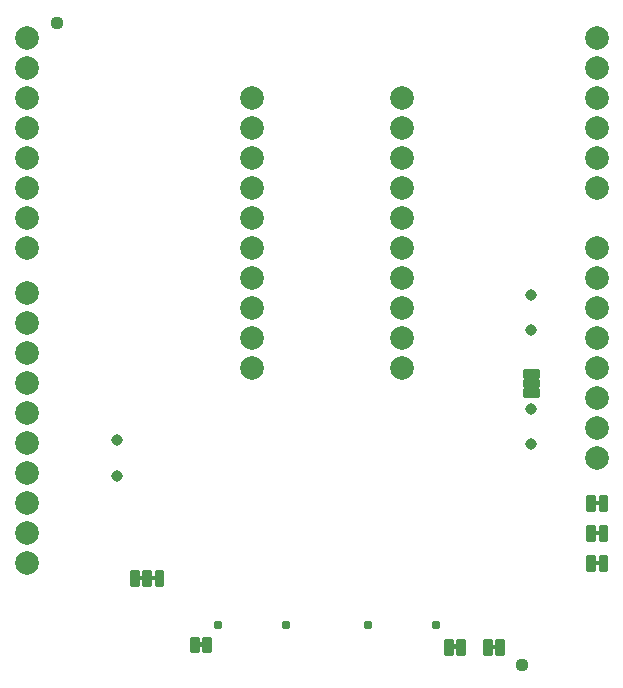
<source format=gbs>
G04 EAGLE Gerber RS-274X export*
G75*
%MOMM*%
%FSLAX34Y34*%
%LPD*%
%INSoldermask Bottom*%
%IPPOS*%
%AMOC8*
5,1,8,0,0,1.08239X$1,22.5*%
G01*
%ADD10C,0.228344*%
%ADD11C,1.127000*%
%ADD12C,2.006600*%
%ADD13C,0.777000*%
%ADD14C,0.977000*%
%ADD15C,0.228600*%

G36*
X509970Y150507D02*
X509970Y150507D01*
X510036Y150509D01*
X510079Y150527D01*
X510126Y150535D01*
X510183Y150569D01*
X510243Y150594D01*
X510278Y150625D01*
X510319Y150650D01*
X510361Y150701D01*
X510409Y150745D01*
X510431Y150787D01*
X510460Y150824D01*
X510481Y150886D01*
X510512Y150945D01*
X510520Y150999D01*
X510532Y151036D01*
X510531Y151076D01*
X510539Y151130D01*
X510539Y153670D01*
X510528Y153735D01*
X510526Y153801D01*
X510508Y153844D01*
X510500Y153891D01*
X510466Y153948D01*
X510441Y154008D01*
X510410Y154043D01*
X510385Y154084D01*
X510334Y154126D01*
X510290Y154174D01*
X510248Y154196D01*
X510211Y154225D01*
X510149Y154246D01*
X510090Y154277D01*
X510036Y154285D01*
X509999Y154297D01*
X509959Y154296D01*
X509905Y154304D01*
X506095Y154304D01*
X506030Y154293D01*
X505964Y154291D01*
X505921Y154273D01*
X505874Y154265D01*
X505817Y154231D01*
X505757Y154206D01*
X505722Y154175D01*
X505681Y154150D01*
X505640Y154099D01*
X505591Y154055D01*
X505569Y154013D01*
X505540Y153976D01*
X505519Y153914D01*
X505488Y153855D01*
X505480Y153801D01*
X505468Y153764D01*
X505468Y153761D01*
X505469Y153724D01*
X505461Y153670D01*
X505461Y151130D01*
X505472Y151065D01*
X505474Y150999D01*
X505492Y150956D01*
X505500Y150909D01*
X505534Y150852D01*
X505559Y150792D01*
X505590Y150757D01*
X505615Y150716D01*
X505666Y150675D01*
X505710Y150626D01*
X505752Y150604D01*
X505789Y150575D01*
X505851Y150554D01*
X505910Y150523D01*
X505964Y150515D01*
X506001Y150503D01*
X506041Y150504D01*
X506095Y150496D01*
X509905Y150496D01*
X509970Y150507D01*
G37*
G36*
X509970Y125107D02*
X509970Y125107D01*
X510036Y125109D01*
X510079Y125127D01*
X510126Y125135D01*
X510183Y125169D01*
X510243Y125194D01*
X510278Y125225D01*
X510319Y125250D01*
X510361Y125301D01*
X510409Y125345D01*
X510431Y125387D01*
X510460Y125424D01*
X510481Y125486D01*
X510512Y125545D01*
X510520Y125599D01*
X510532Y125636D01*
X510531Y125676D01*
X510539Y125730D01*
X510539Y128270D01*
X510528Y128335D01*
X510526Y128401D01*
X510508Y128444D01*
X510500Y128491D01*
X510466Y128548D01*
X510441Y128608D01*
X510410Y128643D01*
X510385Y128684D01*
X510334Y128726D01*
X510290Y128774D01*
X510248Y128796D01*
X510211Y128825D01*
X510149Y128846D01*
X510090Y128877D01*
X510036Y128885D01*
X509999Y128897D01*
X509959Y128896D01*
X509905Y128904D01*
X506095Y128904D01*
X506030Y128893D01*
X505964Y128891D01*
X505921Y128873D01*
X505874Y128865D01*
X505817Y128831D01*
X505757Y128806D01*
X505722Y128775D01*
X505681Y128750D01*
X505640Y128699D01*
X505591Y128655D01*
X505569Y128613D01*
X505540Y128576D01*
X505519Y128514D01*
X505488Y128455D01*
X505480Y128401D01*
X505468Y128364D01*
X505468Y128361D01*
X505469Y128324D01*
X505461Y128270D01*
X505461Y125730D01*
X505472Y125665D01*
X505474Y125599D01*
X505492Y125556D01*
X505500Y125509D01*
X505534Y125452D01*
X505559Y125392D01*
X505590Y125357D01*
X505615Y125316D01*
X505666Y125275D01*
X505710Y125226D01*
X505752Y125204D01*
X505789Y125175D01*
X505851Y125154D01*
X505910Y125123D01*
X505964Y125115D01*
X506001Y125103D01*
X506041Y125104D01*
X506095Y125096D01*
X509905Y125096D01*
X509970Y125107D01*
G37*
G36*
X509970Y99707D02*
X509970Y99707D01*
X510036Y99709D01*
X510079Y99727D01*
X510126Y99735D01*
X510183Y99769D01*
X510243Y99794D01*
X510278Y99825D01*
X510319Y99850D01*
X510361Y99901D01*
X510409Y99945D01*
X510431Y99987D01*
X510460Y100024D01*
X510481Y100086D01*
X510512Y100145D01*
X510520Y100199D01*
X510532Y100236D01*
X510531Y100276D01*
X510539Y100330D01*
X510539Y102870D01*
X510528Y102935D01*
X510526Y103001D01*
X510508Y103044D01*
X510500Y103091D01*
X510466Y103148D01*
X510441Y103208D01*
X510410Y103243D01*
X510385Y103284D01*
X510334Y103326D01*
X510290Y103374D01*
X510248Y103396D01*
X510211Y103425D01*
X510149Y103446D01*
X510090Y103477D01*
X510036Y103485D01*
X509999Y103497D01*
X509959Y103496D01*
X509905Y103504D01*
X506095Y103504D01*
X506030Y103493D01*
X505964Y103491D01*
X505921Y103473D01*
X505874Y103465D01*
X505817Y103431D01*
X505757Y103406D01*
X505722Y103375D01*
X505681Y103350D01*
X505640Y103299D01*
X505591Y103255D01*
X505569Y103213D01*
X505540Y103176D01*
X505519Y103114D01*
X505488Y103055D01*
X505480Y103001D01*
X505468Y102964D01*
X505468Y102961D01*
X505469Y102924D01*
X505461Y102870D01*
X505461Y100330D01*
X505472Y100265D01*
X505474Y100199D01*
X505492Y100156D01*
X505500Y100109D01*
X505534Y100052D01*
X505559Y99992D01*
X505590Y99957D01*
X505615Y99916D01*
X505666Y99875D01*
X505710Y99826D01*
X505752Y99804D01*
X505789Y99775D01*
X505851Y99754D01*
X505910Y99723D01*
X505964Y99715D01*
X506001Y99703D01*
X506041Y99704D01*
X506095Y99696D01*
X509905Y99696D01*
X509970Y99707D01*
G37*
G36*
X134050Y87007D02*
X134050Y87007D01*
X134116Y87009D01*
X134159Y87027D01*
X134206Y87035D01*
X134263Y87069D01*
X134323Y87094D01*
X134358Y87125D01*
X134399Y87150D01*
X134441Y87201D01*
X134489Y87245D01*
X134511Y87287D01*
X134540Y87324D01*
X134561Y87386D01*
X134592Y87445D01*
X134600Y87499D01*
X134612Y87536D01*
X134611Y87576D01*
X134619Y87630D01*
X134619Y90170D01*
X134608Y90235D01*
X134606Y90301D01*
X134588Y90344D01*
X134580Y90391D01*
X134546Y90448D01*
X134521Y90508D01*
X134490Y90543D01*
X134465Y90584D01*
X134414Y90626D01*
X134370Y90674D01*
X134328Y90696D01*
X134291Y90725D01*
X134229Y90746D01*
X134170Y90777D01*
X134116Y90785D01*
X134079Y90797D01*
X134039Y90796D01*
X133985Y90804D01*
X130175Y90804D01*
X130110Y90793D01*
X130044Y90791D01*
X130001Y90773D01*
X129954Y90765D01*
X129897Y90731D01*
X129837Y90706D01*
X129802Y90675D01*
X129761Y90650D01*
X129720Y90599D01*
X129671Y90555D01*
X129649Y90513D01*
X129620Y90476D01*
X129599Y90414D01*
X129568Y90355D01*
X129560Y90301D01*
X129548Y90264D01*
X129548Y90261D01*
X129549Y90224D01*
X129541Y90170D01*
X129541Y87630D01*
X129552Y87565D01*
X129554Y87499D01*
X129572Y87456D01*
X129580Y87409D01*
X129614Y87352D01*
X129639Y87292D01*
X129670Y87257D01*
X129695Y87216D01*
X129746Y87175D01*
X129790Y87126D01*
X129832Y87104D01*
X129869Y87075D01*
X129931Y87054D01*
X129990Y87023D01*
X130044Y87015D01*
X130081Y87003D01*
X130121Y87004D01*
X130175Y86996D01*
X133985Y86996D01*
X134050Y87007D01*
G37*
G36*
X123890Y87007D02*
X123890Y87007D01*
X123956Y87009D01*
X123999Y87027D01*
X124046Y87035D01*
X124103Y87069D01*
X124163Y87094D01*
X124198Y87125D01*
X124239Y87150D01*
X124281Y87201D01*
X124329Y87245D01*
X124351Y87287D01*
X124380Y87324D01*
X124401Y87386D01*
X124432Y87445D01*
X124440Y87499D01*
X124452Y87536D01*
X124451Y87576D01*
X124459Y87630D01*
X124459Y90170D01*
X124448Y90235D01*
X124446Y90301D01*
X124428Y90344D01*
X124420Y90391D01*
X124386Y90448D01*
X124361Y90508D01*
X124330Y90543D01*
X124305Y90584D01*
X124254Y90626D01*
X124210Y90674D01*
X124168Y90696D01*
X124131Y90725D01*
X124069Y90746D01*
X124010Y90777D01*
X123956Y90785D01*
X123919Y90797D01*
X123879Y90796D01*
X123825Y90804D01*
X120015Y90804D01*
X119950Y90793D01*
X119884Y90791D01*
X119841Y90773D01*
X119794Y90765D01*
X119737Y90731D01*
X119677Y90706D01*
X119642Y90675D01*
X119601Y90650D01*
X119560Y90599D01*
X119511Y90555D01*
X119489Y90513D01*
X119460Y90476D01*
X119439Y90414D01*
X119408Y90355D01*
X119400Y90301D01*
X119388Y90264D01*
X119388Y90261D01*
X119389Y90224D01*
X119381Y90170D01*
X119381Y87630D01*
X119392Y87565D01*
X119394Y87499D01*
X119412Y87456D01*
X119420Y87409D01*
X119454Y87352D01*
X119479Y87292D01*
X119510Y87257D01*
X119535Y87216D01*
X119586Y87175D01*
X119630Y87126D01*
X119672Y87104D01*
X119709Y87075D01*
X119771Y87054D01*
X119830Y87023D01*
X119884Y87015D01*
X119921Y87003D01*
X119961Y87004D01*
X120015Y86996D01*
X123825Y86996D01*
X123890Y87007D01*
G37*
G36*
X174436Y30619D02*
X174436Y30619D01*
X174502Y30621D01*
X174545Y30639D01*
X174592Y30647D01*
X174649Y30681D01*
X174709Y30706D01*
X174744Y30737D01*
X174785Y30762D01*
X174827Y30813D01*
X174875Y30857D01*
X174897Y30899D01*
X174926Y30936D01*
X174947Y30998D01*
X174978Y31057D01*
X174986Y31111D01*
X174998Y31148D01*
X174997Y31188D01*
X175005Y31242D01*
X175005Y33782D01*
X174994Y33847D01*
X174992Y33913D01*
X174974Y33956D01*
X174966Y34003D01*
X174932Y34060D01*
X174907Y34120D01*
X174876Y34155D01*
X174851Y34196D01*
X174800Y34238D01*
X174756Y34286D01*
X174714Y34308D01*
X174677Y34337D01*
X174615Y34358D01*
X174556Y34389D01*
X174502Y34397D01*
X174465Y34409D01*
X174425Y34408D01*
X174371Y34416D01*
X170561Y34416D01*
X170496Y34405D01*
X170430Y34403D01*
X170387Y34385D01*
X170340Y34377D01*
X170283Y34343D01*
X170223Y34318D01*
X170188Y34287D01*
X170147Y34262D01*
X170106Y34211D01*
X170057Y34167D01*
X170035Y34125D01*
X170006Y34088D01*
X169985Y34026D01*
X169954Y33967D01*
X169946Y33913D01*
X169934Y33876D01*
X169934Y33873D01*
X169935Y33836D01*
X169927Y33782D01*
X169927Y31242D01*
X169938Y31177D01*
X169940Y31111D01*
X169958Y31068D01*
X169966Y31021D01*
X170000Y30964D01*
X170025Y30904D01*
X170056Y30869D01*
X170081Y30828D01*
X170132Y30787D01*
X170176Y30738D01*
X170218Y30716D01*
X170255Y30687D01*
X170317Y30666D01*
X170376Y30635D01*
X170430Y30627D01*
X170467Y30615D01*
X170507Y30616D01*
X170561Y30608D01*
X174371Y30608D01*
X174436Y30619D01*
G37*
G36*
X389574Y28841D02*
X389574Y28841D01*
X389640Y28843D01*
X389683Y28861D01*
X389730Y28869D01*
X389787Y28903D01*
X389847Y28928D01*
X389882Y28959D01*
X389923Y28984D01*
X389965Y29035D01*
X390013Y29079D01*
X390035Y29121D01*
X390064Y29158D01*
X390085Y29220D01*
X390116Y29279D01*
X390124Y29333D01*
X390136Y29370D01*
X390135Y29410D01*
X390143Y29464D01*
X390143Y32004D01*
X390132Y32069D01*
X390130Y32135D01*
X390112Y32178D01*
X390104Y32225D01*
X390070Y32282D01*
X390045Y32342D01*
X390014Y32377D01*
X389989Y32418D01*
X389938Y32460D01*
X389894Y32508D01*
X389852Y32530D01*
X389815Y32559D01*
X389753Y32580D01*
X389694Y32611D01*
X389640Y32619D01*
X389603Y32631D01*
X389563Y32630D01*
X389509Y32638D01*
X385699Y32638D01*
X385634Y32627D01*
X385568Y32625D01*
X385525Y32607D01*
X385478Y32599D01*
X385421Y32565D01*
X385361Y32540D01*
X385326Y32509D01*
X385285Y32484D01*
X385244Y32433D01*
X385195Y32389D01*
X385173Y32347D01*
X385144Y32310D01*
X385123Y32248D01*
X385092Y32189D01*
X385084Y32135D01*
X385072Y32098D01*
X385072Y32095D01*
X385073Y32058D01*
X385065Y32004D01*
X385065Y29464D01*
X385076Y29399D01*
X385078Y29333D01*
X385096Y29290D01*
X385104Y29243D01*
X385138Y29186D01*
X385163Y29126D01*
X385194Y29091D01*
X385219Y29050D01*
X385270Y29009D01*
X385314Y28960D01*
X385356Y28938D01*
X385393Y28909D01*
X385455Y28888D01*
X385514Y28857D01*
X385568Y28849D01*
X385605Y28837D01*
X385645Y28838D01*
X385699Y28830D01*
X389509Y28830D01*
X389574Y28841D01*
G37*
G36*
X422594Y28587D02*
X422594Y28587D01*
X422660Y28589D01*
X422703Y28607D01*
X422750Y28615D01*
X422807Y28649D01*
X422867Y28674D01*
X422902Y28705D01*
X422943Y28730D01*
X422985Y28781D01*
X423033Y28825D01*
X423055Y28867D01*
X423084Y28904D01*
X423105Y28966D01*
X423136Y29025D01*
X423144Y29079D01*
X423156Y29116D01*
X423155Y29156D01*
X423163Y29210D01*
X423163Y31750D01*
X423152Y31815D01*
X423150Y31881D01*
X423132Y31924D01*
X423124Y31971D01*
X423090Y32028D01*
X423065Y32088D01*
X423034Y32123D01*
X423009Y32164D01*
X422958Y32206D01*
X422914Y32254D01*
X422872Y32276D01*
X422835Y32305D01*
X422773Y32326D01*
X422714Y32357D01*
X422660Y32365D01*
X422623Y32377D01*
X422583Y32376D01*
X422529Y32384D01*
X418719Y32384D01*
X418654Y32373D01*
X418588Y32371D01*
X418545Y32353D01*
X418498Y32345D01*
X418441Y32311D01*
X418381Y32286D01*
X418346Y32255D01*
X418305Y32230D01*
X418264Y32179D01*
X418215Y32135D01*
X418193Y32093D01*
X418164Y32056D01*
X418143Y31994D01*
X418112Y31935D01*
X418104Y31881D01*
X418092Y31844D01*
X418092Y31841D01*
X418093Y31804D01*
X418085Y31750D01*
X418085Y29210D01*
X418096Y29145D01*
X418098Y29079D01*
X418116Y29036D01*
X418124Y28989D01*
X418158Y28932D01*
X418183Y28872D01*
X418214Y28837D01*
X418239Y28796D01*
X418290Y28755D01*
X418334Y28706D01*
X418376Y28684D01*
X418413Y28655D01*
X418475Y28634D01*
X418534Y28603D01*
X418588Y28595D01*
X418625Y28583D01*
X418665Y28584D01*
X418719Y28576D01*
X422529Y28576D01*
X422594Y28587D01*
G37*
D10*
X134618Y94744D02*
X140210Y94744D01*
X140210Y83056D01*
X134618Y83056D01*
X134618Y94744D01*
X134618Y85225D02*
X140210Y85225D01*
X140210Y87394D02*
X134618Y87394D01*
X134618Y89563D02*
X140210Y89563D01*
X140210Y91732D02*
X134618Y91732D01*
X134618Y93901D02*
X140210Y93901D01*
X129796Y94744D02*
X124204Y94744D01*
X129796Y94744D02*
X129796Y83056D01*
X124204Y83056D01*
X124204Y94744D01*
X124204Y85225D02*
X129796Y85225D01*
X129796Y87394D02*
X124204Y87394D01*
X124204Y89563D02*
X129796Y89563D01*
X129796Y91732D02*
X124204Y91732D01*
X124204Y93901D02*
X129796Y93901D01*
X119382Y94744D02*
X113790Y94744D01*
X119382Y94744D02*
X119382Y83056D01*
X113790Y83056D01*
X113790Y94744D01*
X113790Y85225D02*
X119382Y85225D01*
X119382Y87394D02*
X113790Y87394D01*
X113790Y89563D02*
X119382Y89563D01*
X119382Y91732D02*
X113790Y91732D01*
X113790Y93901D02*
X119382Y93901D01*
D11*
X50800Y558800D03*
X444500Y15240D03*
D12*
X342900Y495300D03*
X342900Y469900D03*
X342900Y444500D03*
X342900Y419100D03*
X342900Y393700D03*
X342900Y368300D03*
X342900Y342900D03*
X342900Y317500D03*
X342900Y292100D03*
X342900Y266700D03*
X215900Y495300D03*
X215900Y469900D03*
X215900Y444500D03*
X215900Y419100D03*
X215900Y393700D03*
X215900Y368300D03*
X215900Y342900D03*
X215900Y317500D03*
X215900Y292100D03*
X215900Y266700D03*
D10*
X412621Y24636D02*
X418213Y24636D01*
X412621Y24636D02*
X412621Y36324D01*
X418213Y36324D01*
X418213Y24636D01*
X418213Y26805D02*
X412621Y26805D01*
X412621Y28974D02*
X418213Y28974D01*
X418213Y31143D02*
X412621Y31143D01*
X412621Y33312D02*
X418213Y33312D01*
X418213Y35481D02*
X412621Y35481D01*
X423035Y24636D02*
X428627Y24636D01*
X423035Y24636D02*
X423035Y36324D01*
X428627Y36324D01*
X428627Y24636D01*
X428627Y26805D02*
X423035Y26805D01*
X423035Y28974D02*
X428627Y28974D01*
X428627Y31143D02*
X423035Y31143D01*
X423035Y33312D02*
X428627Y33312D01*
X428627Y35481D02*
X423035Y35481D01*
X499997Y146556D02*
X505589Y146556D01*
X499997Y146556D02*
X499997Y158244D01*
X505589Y158244D01*
X505589Y146556D01*
X505589Y148725D02*
X499997Y148725D01*
X499997Y150894D02*
X505589Y150894D01*
X505589Y153063D02*
X499997Y153063D01*
X499997Y155232D02*
X505589Y155232D01*
X505589Y157401D02*
X499997Y157401D01*
X510411Y146556D02*
X516003Y146556D01*
X510411Y146556D02*
X510411Y158244D01*
X516003Y158244D01*
X516003Y146556D01*
X516003Y148725D02*
X510411Y148725D01*
X510411Y150894D02*
X516003Y150894D01*
X516003Y153063D02*
X510411Y153063D01*
X510411Y155232D02*
X516003Y155232D01*
X516003Y157401D02*
X510411Y157401D01*
X505589Y121156D02*
X499997Y121156D01*
X499997Y132844D01*
X505589Y132844D01*
X505589Y121156D01*
X505589Y123325D02*
X499997Y123325D01*
X499997Y125494D02*
X505589Y125494D01*
X505589Y127663D02*
X499997Y127663D01*
X499997Y129832D02*
X505589Y129832D01*
X505589Y132001D02*
X499997Y132001D01*
X510411Y121156D02*
X516003Y121156D01*
X510411Y121156D02*
X510411Y132844D01*
X516003Y132844D01*
X516003Y121156D01*
X516003Y123325D02*
X510411Y123325D01*
X510411Y125494D02*
X516003Y125494D01*
X516003Y127663D02*
X510411Y127663D01*
X510411Y129832D02*
X516003Y129832D01*
X516003Y132001D02*
X510411Y132001D01*
D13*
X314000Y49050D03*
X371800Y49050D03*
D10*
X390015Y36578D02*
X395607Y36578D01*
X395607Y24890D01*
X390015Y24890D01*
X390015Y36578D01*
X390015Y27059D02*
X395607Y27059D01*
X395607Y29228D02*
X390015Y29228D01*
X390015Y31397D02*
X395607Y31397D01*
X395607Y33566D02*
X390015Y33566D01*
X390015Y35735D02*
X395607Y35735D01*
X385193Y36578D02*
X379601Y36578D01*
X385193Y36578D02*
X385193Y24890D01*
X379601Y24890D01*
X379601Y36578D01*
X379601Y27059D02*
X385193Y27059D01*
X385193Y29228D02*
X379601Y29228D01*
X379601Y31397D02*
X385193Y31397D01*
X385193Y33566D02*
X379601Y33566D01*
X379601Y35735D02*
X385193Y35735D01*
D12*
X508000Y241300D03*
X508000Y266700D03*
X508000Y292100D03*
X508000Y317500D03*
X508000Y342900D03*
X508000Y368300D03*
X508000Y419100D03*
X508000Y444500D03*
X508000Y469900D03*
X508000Y495300D03*
X508000Y520700D03*
X508000Y546100D03*
X25400Y546100D03*
X25400Y520700D03*
X25400Y495300D03*
X25400Y469900D03*
X25400Y444500D03*
X25400Y419100D03*
X25400Y393700D03*
X25400Y368300D03*
X25400Y330200D03*
X25400Y304800D03*
X25400Y279400D03*
X25400Y254000D03*
X25400Y228600D03*
X25400Y203200D03*
X25400Y177800D03*
X25400Y152400D03*
X25400Y127000D03*
X25400Y101600D03*
X508000Y215900D03*
X508000Y190500D03*
D14*
X101600Y175500D03*
X101600Y205500D03*
D13*
X187000Y49050D03*
X244800Y49050D03*
D10*
X170055Y26668D02*
X164463Y26668D01*
X164463Y38356D01*
X170055Y38356D01*
X170055Y26668D01*
X170055Y28837D02*
X164463Y28837D01*
X164463Y31006D02*
X170055Y31006D01*
X170055Y33175D02*
X164463Y33175D01*
X164463Y35344D02*
X170055Y35344D01*
X170055Y37513D02*
X164463Y37513D01*
X174877Y26668D02*
X180469Y26668D01*
X174877Y26668D02*
X174877Y38356D01*
X180469Y38356D01*
X180469Y26668D01*
X180469Y28837D02*
X174877Y28837D01*
X174877Y31006D02*
X180469Y31006D01*
X180469Y33175D02*
X174877Y33175D01*
X174877Y35344D02*
X180469Y35344D01*
X180469Y37513D02*
X174877Y37513D01*
D15*
X457962Y243205D02*
X457962Y248539D01*
X457962Y243205D02*
X446278Y243205D01*
X446278Y248539D01*
X457962Y248539D01*
X457962Y245377D02*
X446278Y245377D01*
X446278Y247549D02*
X457962Y247549D01*
X457962Y251333D02*
X457962Y256667D01*
X457962Y251333D02*
X446278Y251333D01*
X446278Y256667D01*
X457962Y256667D01*
X457962Y253505D02*
X446278Y253505D01*
X446278Y255677D02*
X457962Y255677D01*
X457962Y259461D02*
X457962Y264795D01*
X457962Y259461D02*
X446278Y259461D01*
X446278Y264795D01*
X457962Y264795D01*
X457962Y261633D02*
X446278Y261633D01*
X446278Y263805D02*
X457962Y263805D01*
D10*
X499997Y95756D02*
X505589Y95756D01*
X499997Y95756D02*
X499997Y107444D01*
X505589Y107444D01*
X505589Y95756D01*
X505589Y97925D02*
X499997Y97925D01*
X499997Y100094D02*
X505589Y100094D01*
X505589Y102263D02*
X499997Y102263D01*
X499997Y104432D02*
X505589Y104432D01*
X505589Y106601D02*
X499997Y106601D01*
X510411Y95756D02*
X516003Y95756D01*
X510411Y95756D02*
X510411Y107444D01*
X516003Y107444D01*
X516003Y95756D01*
X516003Y97925D02*
X510411Y97925D01*
X510411Y100094D02*
X516003Y100094D01*
X516003Y102263D02*
X510411Y102263D01*
X510411Y104432D02*
X516003Y104432D01*
X516003Y106601D02*
X510411Y106601D01*
D14*
X452120Y298690D03*
X452120Y328690D03*
X452120Y232170D03*
X452120Y202170D03*
M02*

</source>
